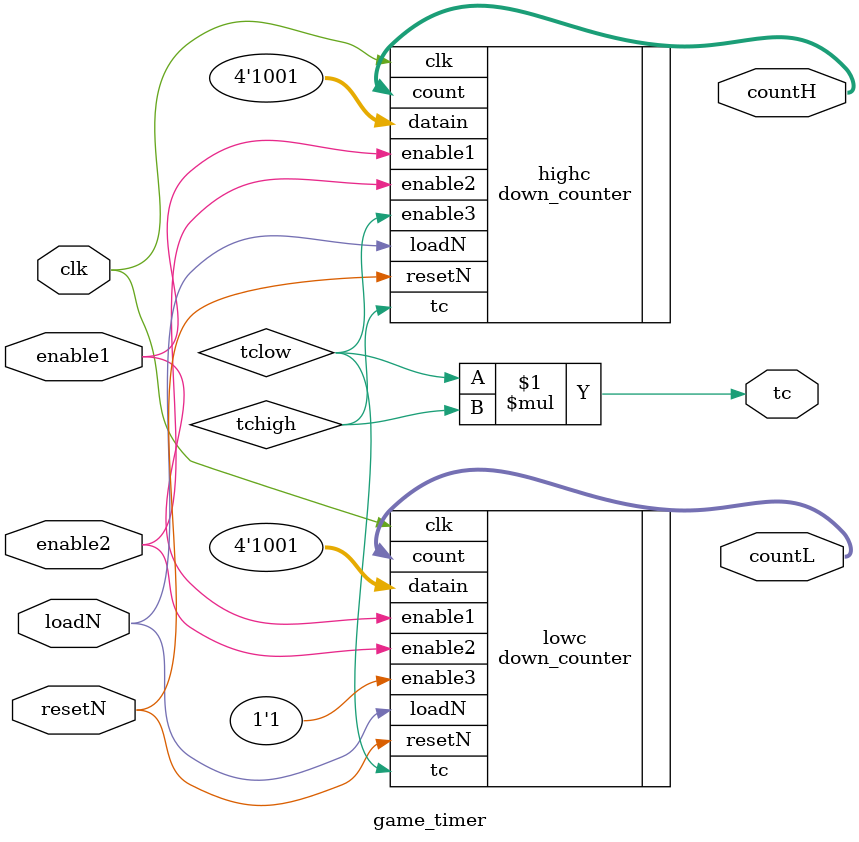
<source format=sv>



module game_timer
	(
	input  logic clk, 
	input  logic resetN, 
	input  logic loadN, 
	input  logic enable1, 
	input  logic enable2, 
	
	output logic [3:0] countL, 
	output logic [3:0] countH,
	output logic tc
   );

// Parameters defined as external, here with a default value - to be updated
// in the upper hierarchy file with the actial bomb down counting values
// -----------------------------------------------------------
	parameter  logic [3:0] datainL = 4'h9 ; 
	parameter  logic [3:0] datainH = 4'h9 ;
// -----------------------------------------------------------
	
logic  tclow, tchigh;// internal variables terminal count 
logic start_seen;


	
// Low counter instantiation
	down_counter lowc(.clk(clk), 
							.resetN(resetN),
							.loadN(loadN),	
							.enable1(enable1), 
							.enable2(enable2),
							.enable3(1'b1), 	
							.datain(datainL), 
							.count(countL), 
							.tc(tclow) );
	
// High counter instantiation
//--------------------------------------------------------------------------------------------------------------------
// &&&&&&&&&&&&&&  fill your code and paste to the report #2 
//--------------------------------------------------------------------------------------------------------------------			
	
	down_counter highc(.clk(clk), 
							.resetN(resetN),
							.loadN(loadN),	
							.enable1(enable1), 
							.enable2(enable2),
							.enable3(tclow), 	
							.datain(datainH), 
							.count(countH), 
							.tc(tchigh) );
							
	//assign countH =  4'h0;

//------------------------------------------------------------------------------------------ 
 assign tc = tclow*tchigh ;	//  ## initializing a variable to enable compilation, change if needed 
//--------------------------------------------------------------------------------------------------------------------
// &&&&&&&&&&&&&&  end of paste to the report #2
//--------------------------------------------------------------------------------------------------------------------			

endmodule

</source>
